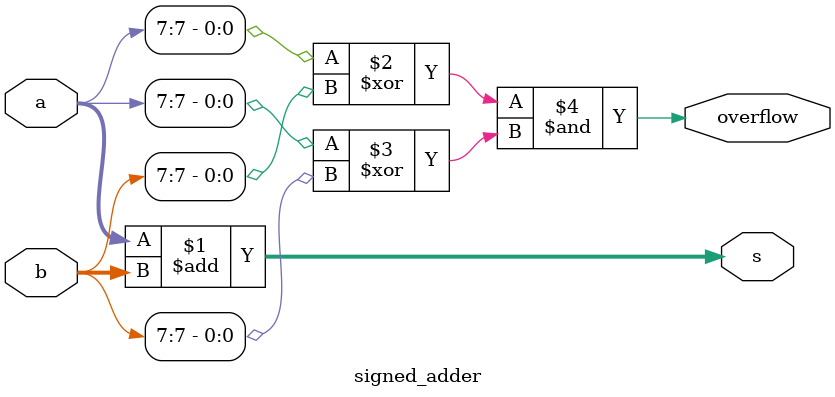
<source format=v>

module signed_adder(input [7:0] a,
    input [7:0] b,
    output [7:0] s,
    output overflow
); 

// The numbers a and b are added to the output s. 
// assign the occurence of the signed overflow of a and b to the output overflow.
// a signed overflow occurs if the most significant bits of a and b are low and the most significant bit of s is high
// a signed overflow may also occur if the most significant bits of a and b are high and the most significant bit of s is low


assign s = a + b;
assign overflow = (a[7] ^ b[7]) & (a[7] ^ b[7]);

endmodule

</source>
